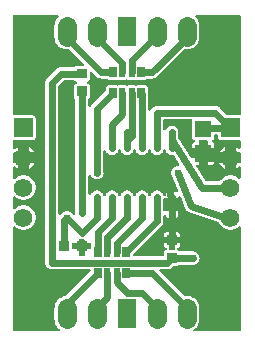
<source format=gtl>
G04 Layer: TopLayer*
G04 EasyEDA v6.4.31, 2022-02-03 12:49:45*
G04 a9be7c87d83144a3bb2ccb21b8cae2d4,a012b36b664746af8e538b06cf3162c4,10*
G04 Gerber Generator version 0.2*
G04 Scale: 100 percent, Rotated: No, Reflected: No *
G04 Dimensions in millimeters *
G04 leading zeros omitted , absolute positions ,4 integer and 5 decimal *
%FSLAX45Y45*%
%MOMM*%

%ADD11C,0.6000*%
%ADD12C,0.5950*%
%ADD13C,0.6096*%
%ADD15R,0.8640X0.8065*%
%ADD18R,1.3500X1.4100*%
%ADD21C,1.5748*%

%LPD*%
G36*
X3140913Y4930648D02*
G01*
X3137052Y4931410D01*
X3133750Y4933645D01*
X3074974Y4992370D01*
X3071215Y4995824D01*
X3067354Y4998770D01*
X3063240Y5001412D01*
X3058922Y5003647D01*
X3054400Y5005527D01*
X3049778Y5007000D01*
X3045002Y5008067D01*
X3040176Y5008676D01*
X3035096Y5008930D01*
X2540457Y5008930D01*
X2530297Y5008016D01*
X2520899Y5005476D01*
X2512060Y5001361D01*
X2504084Y4995773D01*
X2497226Y4988915D01*
X2491638Y4980940D01*
X2488285Y4973777D01*
X2485999Y4970627D01*
X2482646Y4968544D01*
X2478836Y4967884D01*
X2475026Y4968748D01*
X2471775Y4970983D01*
X2469642Y4974234D01*
X2468930Y4978044D01*
X2468930Y5109768D01*
X2468676Y5114848D01*
X2468067Y5119674D01*
X2467000Y5124348D01*
X2464917Y5130444D01*
X2464409Y5133695D01*
X2464409Y5156403D01*
X2463698Y5162753D01*
X2461768Y5168188D01*
X2458669Y5173116D01*
X2454605Y5177180D01*
X2449677Y5180279D01*
X2444242Y5182209D01*
X2437892Y5182920D01*
X2374036Y5182920D01*
X2367737Y5182209D01*
X2362250Y5180888D01*
X2358898Y5181447D01*
X2356764Y5182209D01*
X2350414Y5182920D01*
X2301595Y5182920D01*
X2295245Y5182209D01*
X2289352Y5180126D01*
X2286000Y5179568D01*
X2282647Y5180126D01*
X2276754Y5182209D01*
X2270404Y5182920D01*
X2221585Y5182920D01*
X2215235Y5182209D01*
X2209749Y5180888D01*
X2206396Y5181447D01*
X2204262Y5182209D01*
X2197912Y5182920D01*
X2134057Y5182920D01*
X2127758Y5182209D01*
X2122271Y5180279D01*
X2117394Y5177231D01*
X2113280Y5173116D01*
X2110232Y5168239D01*
X2108301Y5162753D01*
X2107590Y5156454D01*
X2107590Y5141874D01*
X2106828Y5137962D01*
X2104644Y5134660D01*
X1992630Y5022697D01*
X1989175Y5018938D01*
X1986229Y5015026D01*
X1983587Y5010912D01*
X1980438Y5004460D01*
X1978253Y5001158D01*
X1974951Y4998974D01*
X1971090Y4998212D01*
X1967179Y4998974D01*
X1963877Y5001158D01*
X1961692Y5004460D01*
X1960930Y5008372D01*
X1960930Y5063540D01*
X1961692Y5067401D01*
X1963877Y5070703D01*
X1968398Y5075224D01*
X1971497Y5080152D01*
X1973376Y5085588D01*
X1974088Y5091938D01*
X1974088Y5171440D01*
X1973376Y5177739D01*
X1971497Y5183225D01*
X1968398Y5188102D01*
X1964334Y5192217D01*
X1959406Y5195265D01*
X1953361Y5197398D01*
X1949805Y5199532D01*
X1947367Y5202936D01*
X1946554Y5207000D01*
X1947367Y5211064D01*
X1949805Y5214467D01*
X1953361Y5216601D01*
X1959406Y5218734D01*
X1964334Y5221782D01*
X1968398Y5225897D01*
X1971497Y5230774D01*
X1973376Y5236260D01*
X1974088Y5242560D01*
X1974088Y5288280D01*
X1974900Y5292191D01*
X1977085Y5295493D01*
X1980387Y5297678D01*
X1984248Y5298440D01*
X1988159Y5297678D01*
X1991461Y5295493D01*
X2029307Y5257647D01*
X2033066Y5254193D01*
X2036927Y5251196D01*
X2041042Y5248605D01*
X2045360Y5246319D01*
X2049881Y5244490D01*
X2054504Y5243017D01*
X2059279Y5241950D01*
X2064105Y5241340D01*
X2069236Y5241086D01*
X2108911Y5241086D01*
X2112772Y5240324D01*
X2116074Y5238140D01*
X2117394Y5236819D01*
X2122322Y5233720D01*
X2127758Y5231790D01*
X2134108Y5231079D01*
X2197963Y5231079D01*
X2204262Y5231790D01*
X2209749Y5233111D01*
X2213102Y5232552D01*
X2215235Y5231790D01*
X2221585Y5231079D01*
X2270404Y5231079D01*
X2276754Y5231790D01*
X2282647Y5233873D01*
X2286000Y5234432D01*
X2289352Y5233873D01*
X2295245Y5231790D01*
X2301595Y5231079D01*
X2350414Y5231079D01*
X2356764Y5231790D01*
X2362250Y5233111D01*
X2365603Y5232552D01*
X2367737Y5231790D01*
X2374087Y5231079D01*
X2437942Y5231079D01*
X2444242Y5231790D01*
X2449728Y5233720D01*
X2454605Y5236768D01*
X2455926Y5238140D01*
X2459228Y5240324D01*
X2463139Y5241086D01*
X2502763Y5241086D01*
X2507894Y5241340D01*
X2512720Y5241950D01*
X2517495Y5243017D01*
X2522118Y5244490D01*
X2526639Y5246319D01*
X2530957Y5248605D01*
X2535072Y5251196D01*
X2538933Y5254193D01*
X2542692Y5257647D01*
X2772156Y5487060D01*
X2775762Y5489397D01*
X2779979Y5490006D01*
X2794000Y5489092D01*
X2807665Y5490006D01*
X2821076Y5492699D01*
X2834030Y5497068D01*
X2846324Y5503113D01*
X2857703Y5510733D01*
X2867964Y5519775D01*
X2877007Y5530037D01*
X2884627Y5541416D01*
X2890672Y5553710D01*
X2895041Y5566664D01*
X2897733Y5580075D01*
X2898648Y5594096D01*
X2898648Y5685942D01*
X2897733Y5699912D01*
X2895041Y5713323D01*
X2890672Y5726277D01*
X2884627Y5738571D01*
X2877007Y5749950D01*
X2867152Y5761075D01*
X2865170Y5764428D01*
X2864561Y5768238D01*
X2865475Y5771997D01*
X2867710Y5775147D01*
X2870962Y5777280D01*
X2874721Y5777992D01*
X3240532Y5777992D01*
X3244443Y5777230D01*
X3247694Y5774994D01*
X3249930Y5771743D01*
X3250692Y5767832D01*
X3250692Y4940808D01*
X3249930Y4936896D01*
X3247694Y4933645D01*
X3244443Y4931410D01*
X3240532Y4930648D01*
G37*

%LPD*%
G36*
X2957322Y4373930D02*
G01*
X2953969Y4374489D01*
X2951022Y4376115D01*
X2948736Y4378604D01*
X2873806Y4496663D01*
X2872333Y4500727D01*
X2872689Y4505045D01*
X2874772Y4508804D01*
X2878175Y4511395D01*
X2882392Y4512310D01*
X2893618Y4512310D01*
X2893618Y4567123D01*
X2834741Y4567123D01*
X2831388Y4567682D01*
X2828442Y4569307D01*
X2826156Y4571796D01*
X2724251Y4732426D01*
X2723083Y4735068D01*
X2722676Y4737912D01*
X2722676Y4786579D01*
X2721762Y4796637D01*
X2719273Y4806035D01*
X2715158Y4814824D01*
X2709621Y4822748D01*
X2702763Y4829606D01*
X2694787Y4835144D01*
X2685999Y4839258D01*
X2676652Y4841798D01*
X2667000Y4842611D01*
X2657348Y4841798D01*
X2648000Y4839258D01*
X2639212Y4835144D01*
X2631236Y4829606D01*
X2624378Y4822748D01*
X2618841Y4814824D01*
X2615285Y4807204D01*
X2612999Y4804054D01*
X2609646Y4801971D01*
X2605836Y4801311D01*
X2602026Y4802174D01*
X2598775Y4804359D01*
X2596642Y4807661D01*
X2595930Y4811471D01*
X2595930Y4886909D01*
X2596692Y4890820D01*
X2598877Y4894122D01*
X2602179Y4896307D01*
X2606090Y4897069D01*
X2830322Y4897069D01*
X2834487Y4896205D01*
X2837891Y4893716D01*
X2840024Y4890008D01*
X2840278Y4884623D01*
X2840278Y4744770D01*
X2840990Y4738471D01*
X2842920Y4732985D01*
X2846019Y4728108D01*
X2850083Y4723993D01*
X2855976Y4720285D01*
X2858922Y4717491D01*
X2860497Y4713732D01*
X2860497Y4709668D01*
X2858922Y4705908D01*
X2855976Y4703114D01*
X2850083Y4699406D01*
X2846019Y4695291D01*
X2842920Y4690414D01*
X2840990Y4684928D01*
X2840278Y4678629D01*
X2840278Y4650282D01*
X2893618Y4650282D01*
X2893618Y4708144D01*
X2894380Y4712004D01*
X2896565Y4715306D01*
X2899867Y4717542D01*
X2903778Y4718304D01*
X2963621Y4718304D01*
X2967532Y4717542D01*
X2970834Y4715306D01*
X2973019Y4712004D01*
X2973781Y4708144D01*
X2973781Y4650282D01*
X3027121Y4650282D01*
X3027121Y4678629D01*
X3026410Y4684928D01*
X3024479Y4690414D01*
X3021380Y4695291D01*
X3017316Y4699406D01*
X3011424Y4703114D01*
X3008477Y4705908D01*
X3006902Y4709668D01*
X3006902Y4713732D01*
X3008477Y4717491D01*
X3011424Y4720285D01*
X3017316Y4723993D01*
X3021380Y4728108D01*
X3024479Y4732985D01*
X3026410Y4738471D01*
X3027121Y4744770D01*
X3027121Y4759909D01*
X3027883Y4763820D01*
X3030067Y4767122D01*
X3033369Y4769307D01*
X3037281Y4770069D01*
X3047492Y4770069D01*
X3051403Y4769307D01*
X3054654Y4767122D01*
X3056890Y4763820D01*
X3057652Y4759909D01*
X3057652Y4747818D01*
X3058363Y4741519D01*
X3060293Y4736033D01*
X3063341Y4731156D01*
X3067456Y4727041D01*
X3072333Y4723993D01*
X3077819Y4722063D01*
X3084118Y4721352D01*
X3240532Y4721352D01*
X3244443Y4720590D01*
X3247694Y4718354D01*
X3249930Y4715103D01*
X3250692Y4711192D01*
X3250692Y4655769D01*
X3249980Y4651959D01*
X3247847Y4648758D01*
X3244748Y4646523D01*
X3240989Y4645609D01*
X3237179Y4646168D01*
X3233826Y4648149D01*
X3226003Y4655007D01*
X3214624Y4662627D01*
X3208020Y4665878D01*
X3208020Y4617720D01*
X3240532Y4617720D01*
X3244443Y4616958D01*
X3247694Y4614722D01*
X3249930Y4611471D01*
X3250692Y4607560D01*
X3250692Y4536440D01*
X3249930Y4532528D01*
X3247694Y4529277D01*
X3244443Y4527042D01*
X3240532Y4526280D01*
X3208020Y4526280D01*
X3208020Y4478121D01*
X3214624Y4481372D01*
X3226003Y4488992D01*
X3233826Y4495850D01*
X3237179Y4497832D01*
X3240989Y4498390D01*
X3244748Y4497476D01*
X3247847Y4495241D01*
X3249980Y4492040D01*
X3250692Y4488230D01*
X3250692Y4401769D01*
X3249980Y4397959D01*
X3247847Y4394758D01*
X3244748Y4392523D01*
X3240989Y4391609D01*
X3237179Y4392168D01*
X3233826Y4394149D01*
X3226003Y4401007D01*
X3214624Y4408627D01*
X3202330Y4414672D01*
X3189376Y4419041D01*
X3175965Y4421733D01*
X3162300Y4422648D01*
X3148634Y4421733D01*
X3135223Y4419041D01*
X3122269Y4414672D01*
X3109976Y4408627D01*
X3098596Y4401007D01*
X3088335Y4391964D01*
X3079292Y4381703D01*
X3077108Y4378401D01*
X3074822Y4376013D01*
X3071926Y4374438D01*
X3068675Y4373930D01*
G37*

%LPC*%
G36*
X3116580Y4478121D02*
G01*
X3116580Y4526280D01*
X3068421Y4526280D01*
X3071672Y4519676D01*
X3079292Y4508296D01*
X3088335Y4498035D01*
X3098596Y4488992D01*
X3109976Y4481372D01*
G37*
G36*
X2973781Y4512310D02*
G01*
X3000654Y4512310D01*
X3006953Y4513021D01*
X3012389Y4514900D01*
X3017316Y4517999D01*
X3021380Y4522063D01*
X3024479Y4526991D01*
X3026410Y4532426D01*
X3027121Y4538776D01*
X3027121Y4567123D01*
X2973781Y4567123D01*
G37*
G36*
X3068421Y4617720D02*
G01*
X3116580Y4617720D01*
X3116580Y4665878D01*
X3109976Y4662627D01*
X3098596Y4655007D01*
X3088335Y4645964D01*
X3079292Y4635703D01*
X3071672Y4624324D01*
G37*

%LPD*%
G36*
X1840128Y4085437D02*
G01*
X1836064Y4086148D01*
X1832660Y4088434D01*
X1822551Y4098544D01*
X1821180Y4100220D01*
X1814220Y4107179D01*
X1806193Y4112818D01*
X1797253Y4116933D01*
X1787804Y4119473D01*
X1778000Y4120337D01*
X1768195Y4119473D01*
X1758746Y4116933D01*
X1749806Y4112818D01*
X1741779Y4107179D01*
X1724253Y4089298D01*
X1720951Y4087114D01*
X1717090Y4086351D01*
X1713179Y4087114D01*
X1709877Y4089298D01*
X1707692Y4092600D01*
X1706930Y4096512D01*
X1706930Y5179618D01*
X1707692Y5183530D01*
X1709877Y5186832D01*
X1747367Y5224322D01*
X1750669Y5226507D01*
X1754581Y5227269D01*
X1760677Y5227269D01*
X1765300Y5226862D01*
X1770532Y5227269D01*
X1836420Y5226913D01*
X1840280Y5226100D01*
X1843532Y5223916D01*
X1845665Y5221782D01*
X1850593Y5218734D01*
X1856638Y5216601D01*
X1860194Y5214467D01*
X1862632Y5211064D01*
X1863445Y5207000D01*
X1862632Y5202936D01*
X1860194Y5199532D01*
X1856638Y5197398D01*
X1850593Y5195265D01*
X1845665Y5192217D01*
X1841601Y5188102D01*
X1838502Y5183225D01*
X1836623Y5177739D01*
X1835912Y5171440D01*
X1835912Y5091938D01*
X1836623Y5085588D01*
X1838502Y5080152D01*
X1841601Y5075224D01*
X1846122Y5070703D01*
X1848307Y5067401D01*
X1849069Y5063540D01*
X1849069Y4837734D01*
X1848662Y4832197D01*
X1849069Y4826711D01*
X1849069Y4172051D01*
X1849323Y4168749D01*
X1849323Y4103420D01*
X1849932Y4096512D01*
X1849475Y4092397D01*
X1847443Y4088841D01*
X1844141Y4086402D01*
G37*

%LPD*%
G36*
X1887778Y3738930D02*
G01*
X1883867Y3739692D01*
X1880565Y3741877D01*
X1878380Y3745179D01*
X1877618Y3749090D01*
X1877618Y3794760D01*
X1829866Y3794760D01*
X1825955Y3795522D01*
X1822704Y3797706D01*
X1820468Y3801008D01*
X1819706Y3804920D01*
X1819706Y3840479D01*
X1820468Y3844391D01*
X1822704Y3847693D01*
X1825955Y3849878D01*
X1829866Y3850640D01*
X1877618Y3850640D01*
X1877618Y3873246D01*
X1878584Y3877513D01*
X1881225Y3881018D01*
X1885137Y3883050D01*
X1889556Y3883253D01*
X1900123Y3881323D01*
X1909876Y3881323D01*
X1918716Y3882898D01*
X1923084Y3882694D01*
X1926996Y3880662D01*
X1929688Y3877208D01*
X1930654Y3872890D01*
X1930654Y3850640D01*
X1972919Y3850640D01*
X1976831Y3849878D01*
X1980133Y3847693D01*
X1982317Y3844391D01*
X1983079Y3840479D01*
X1983079Y3825595D01*
X1982520Y3822242D01*
X1981301Y3818737D01*
X1980590Y3812438D01*
X1980590Y3804920D01*
X1979828Y3801008D01*
X1977643Y3797706D01*
X1974342Y3795522D01*
X1970430Y3794760D01*
X1930654Y3794760D01*
X1930654Y3749090D01*
X1929841Y3745179D01*
X1927656Y3741877D01*
X1924354Y3739692D01*
X1920493Y3738930D01*
G37*

%LPD*%
G36*
X2859125Y3099308D02*
G01*
X2854909Y3100222D01*
X2851454Y3102762D01*
X2849372Y3106521D01*
X2849067Y3110788D01*
X2850489Y3114852D01*
X2853486Y3117900D01*
X2857703Y3120745D01*
X2867964Y3129737D01*
X2877007Y3140049D01*
X2884627Y3151428D01*
X2890672Y3163722D01*
X2895041Y3176676D01*
X2897733Y3190087D01*
X2898648Y3204057D01*
X2898648Y3295904D01*
X2897733Y3309924D01*
X2895041Y3323336D01*
X2890672Y3336290D01*
X2884627Y3348583D01*
X2877007Y3359962D01*
X2867964Y3370224D01*
X2857703Y3379266D01*
X2846324Y3386886D01*
X2834030Y3392932D01*
X2821076Y3397300D01*
X2807665Y3399993D01*
X2794000Y3400907D01*
X2779979Y3399993D01*
X2775762Y3400602D01*
X2772156Y3402939D01*
X2565298Y3609746D01*
X2563114Y3613048D01*
X2562352Y3616909D01*
X2563114Y3620820D01*
X2565298Y3624122D01*
X2568600Y3626307D01*
X2572512Y3627069D01*
X2627833Y3627069D01*
X2632913Y3627323D01*
X2637739Y3627932D01*
X2642514Y3628999D01*
X2647137Y3630472D01*
X2651658Y3632352D01*
X2655976Y3634587D01*
X2660091Y3637229D01*
X2663952Y3640175D01*
X2667711Y3643629D01*
X2676855Y3652774D01*
X2680157Y3654958D01*
X2684068Y3655720D01*
X2709621Y3655720D01*
X2715971Y3656431D01*
X2721406Y3658362D01*
X2726334Y3661460D01*
X2730398Y3664407D01*
X2734259Y3665169D01*
X2839313Y3665169D01*
X2844800Y3664762D01*
X2854604Y3665626D01*
X2864053Y3668166D01*
X2872994Y3672281D01*
X2881020Y3677920D01*
X2887980Y3684879D01*
X2893618Y3692906D01*
X2897733Y3701846D01*
X2900273Y3711295D01*
X2901137Y3721100D01*
X2900273Y3730904D01*
X2897733Y3740353D01*
X2893618Y3749294D01*
X2887980Y3757320D01*
X2881020Y3764279D01*
X2872994Y3769918D01*
X2864053Y3774033D01*
X2854604Y3776573D01*
X2844800Y3777437D01*
X2839313Y3777030D01*
X2736037Y3777030D01*
X2732125Y3777792D01*
X2728823Y3779977D01*
X2726334Y3782517D01*
X2721406Y3785565D01*
X2715361Y3787698D01*
X2711805Y3789832D01*
X2709367Y3793236D01*
X2708554Y3797300D01*
X2709367Y3801364D01*
X2711805Y3804767D01*
X2715361Y3806901D01*
X2721406Y3809034D01*
X2726334Y3812082D01*
X2730398Y3816197D01*
X2733497Y3821074D01*
X2735376Y3826560D01*
X2736088Y3832860D01*
X2736088Y3846118D01*
X2694940Y3846118D01*
X2694940Y3798366D01*
X2694178Y3794455D01*
X2691993Y3791204D01*
X2688691Y3788968D01*
X2684780Y3788206D01*
X2649220Y3788206D01*
X2645308Y3788968D01*
X2642006Y3791204D01*
X2639822Y3794455D01*
X2639060Y3798366D01*
X2639060Y3846118D01*
X2597912Y3846118D01*
X2597912Y3832860D01*
X2598623Y3826560D01*
X2600502Y3821074D01*
X2603601Y3816197D01*
X2607665Y3812082D01*
X2612593Y3809034D01*
X2618638Y3806901D01*
X2622194Y3804767D01*
X2624632Y3801364D01*
X2625445Y3797300D01*
X2624632Y3793236D01*
X2622194Y3789832D01*
X2618638Y3787698D01*
X2612593Y3785565D01*
X2607665Y3782517D01*
X2603601Y3778402D01*
X2600502Y3773525D01*
X2598623Y3768039D01*
X2597912Y3761740D01*
X2597912Y3749090D01*
X2597099Y3745179D01*
X2594914Y3741877D01*
X2591612Y3739692D01*
X2587752Y3738930D01*
X2348484Y3738930D01*
X2344623Y3739692D01*
X2341321Y3741877D01*
X2339086Y3745179D01*
X2338324Y3749090D01*
X2339086Y3752951D01*
X2341321Y3756253D01*
X2579370Y3994302D01*
X2582824Y3998061D01*
X2585770Y4001973D01*
X2588412Y4006087D01*
X2590647Y4010406D01*
X2592527Y4014876D01*
X2594000Y4019550D01*
X2595067Y4024325D01*
X2595676Y4029151D01*
X2595930Y4034231D01*
X2595930Y4078528D01*
X2596642Y4082338D01*
X2598775Y4085640D01*
X2602026Y4087825D01*
X2605836Y4088688D01*
X2609646Y4088028D01*
X2612999Y4085945D01*
X2615285Y4082796D01*
X2618841Y4075176D01*
X2624378Y4067251D01*
X2631236Y4060393D01*
X2639212Y4054856D01*
X2645765Y4051757D01*
X2645765Y4116070D01*
X2606090Y4116070D01*
X2602179Y4116882D01*
X2598877Y4119067D01*
X2596692Y4122369D01*
X2595930Y4126229D01*
X2595930Y4171187D01*
X2595676Y4174490D01*
X2595676Y4217009D01*
X2596438Y4220870D01*
X2598623Y4224172D01*
X2601925Y4226407D01*
X2605836Y4227169D01*
X2645765Y4227169D01*
X2645765Y4291482D01*
X2639212Y4288434D01*
X2631236Y4282846D01*
X2624378Y4275988D01*
X2618841Y4268063D01*
X2614726Y4259275D01*
X2613304Y4253992D01*
X2611272Y4250080D01*
X2607818Y4247388D01*
X2603500Y4246422D01*
X2599182Y4247388D01*
X2595727Y4250080D01*
X2593695Y4253992D01*
X2592273Y4259275D01*
X2588158Y4268063D01*
X2582621Y4275988D01*
X2575763Y4282846D01*
X2567787Y4288434D01*
X2558999Y4292498D01*
X2549652Y4295038D01*
X2540000Y4295851D01*
X2530348Y4295038D01*
X2521000Y4292498D01*
X2512212Y4288434D01*
X2504236Y4282846D01*
X2497378Y4275988D01*
X2491841Y4268063D01*
X2487726Y4259275D01*
X2486304Y4253992D01*
X2484272Y4250080D01*
X2480818Y4247388D01*
X2476500Y4246422D01*
X2472182Y4247388D01*
X2468727Y4250080D01*
X2466695Y4253992D01*
X2465273Y4259275D01*
X2461158Y4268063D01*
X2455621Y4275988D01*
X2448763Y4282846D01*
X2440787Y4288434D01*
X2431999Y4292498D01*
X2422652Y4295038D01*
X2413000Y4295851D01*
X2403348Y4295038D01*
X2394000Y4292498D01*
X2385212Y4288434D01*
X2377236Y4282846D01*
X2370378Y4275988D01*
X2364841Y4268063D01*
X2360726Y4259275D01*
X2359304Y4253992D01*
X2357272Y4250080D01*
X2353818Y4247388D01*
X2349500Y4246422D01*
X2345182Y4247388D01*
X2341727Y4250080D01*
X2339695Y4253992D01*
X2338273Y4259275D01*
X2334158Y4268063D01*
X2328621Y4275988D01*
X2321763Y4282846D01*
X2313787Y4288434D01*
X2304999Y4292498D01*
X2295652Y4295038D01*
X2286000Y4295851D01*
X2276348Y4295038D01*
X2267000Y4292498D01*
X2258212Y4288434D01*
X2250236Y4282846D01*
X2243378Y4275988D01*
X2237841Y4268063D01*
X2233726Y4259275D01*
X2232304Y4253992D01*
X2230272Y4250080D01*
X2226818Y4247388D01*
X2222500Y4246422D01*
X2218182Y4247388D01*
X2214727Y4250080D01*
X2212695Y4253992D01*
X2211273Y4259275D01*
X2207158Y4268063D01*
X2201621Y4275988D01*
X2194763Y4282846D01*
X2186787Y4288434D01*
X2177999Y4292498D01*
X2168652Y4295038D01*
X2159000Y4295851D01*
X2149348Y4295038D01*
X2140000Y4292498D01*
X2131212Y4288434D01*
X2123236Y4282846D01*
X2116378Y4275988D01*
X2110841Y4268063D01*
X2106726Y4259275D01*
X2105304Y4253992D01*
X2103272Y4250080D01*
X2099818Y4247388D01*
X2095500Y4246422D01*
X2091182Y4247388D01*
X2087727Y4250080D01*
X2085695Y4253992D01*
X2084273Y4259275D01*
X2080158Y4268063D01*
X2074621Y4275988D01*
X2067763Y4282846D01*
X2059787Y4288434D01*
X2050999Y4292498D01*
X2041652Y4295038D01*
X2032000Y4295851D01*
X2022348Y4295038D01*
X2013000Y4292498D01*
X2004212Y4288434D01*
X1996236Y4282846D01*
X1989378Y4275988D01*
X1983841Y4268063D01*
X1980285Y4260443D01*
X1977999Y4257294D01*
X1974646Y4255211D01*
X1970836Y4254550D01*
X1967026Y4255414D01*
X1963775Y4257649D01*
X1961642Y4260900D01*
X1960930Y4264710D01*
X1960930Y4418787D01*
X1961642Y4422648D01*
X1963775Y4425899D01*
X1967026Y4428134D01*
X1970836Y4428947D01*
X1974646Y4428286D01*
X1977999Y4426254D01*
X1980285Y4423105D01*
X1983181Y4416806D01*
X1988820Y4408779D01*
X1995779Y4401820D01*
X2003806Y4396181D01*
X2012746Y4392066D01*
X2022195Y4389526D01*
X2032000Y4388662D01*
X2041804Y4389526D01*
X2051253Y4392066D01*
X2060193Y4396181D01*
X2068220Y4401820D01*
X2075180Y4408779D01*
X2080818Y4416806D01*
X2084933Y4425746D01*
X2087473Y4435195D01*
X2088337Y4445000D01*
X2087930Y4450486D01*
X2087930Y4625289D01*
X2088642Y4629099D01*
X2090775Y4632350D01*
X2094026Y4634585D01*
X2097836Y4635449D01*
X2101646Y4634788D01*
X2104999Y4632706D01*
X2107285Y4629556D01*
X2110841Y4621936D01*
X2116378Y4614011D01*
X2123236Y4607153D01*
X2131212Y4601565D01*
X2140000Y4597501D01*
X2149348Y4594961D01*
X2159000Y4594148D01*
X2168652Y4594961D01*
X2177999Y4597501D01*
X2186787Y4601565D01*
X2194763Y4607153D01*
X2201621Y4614011D01*
X2207158Y4621936D01*
X2211273Y4630724D01*
X2212695Y4636008D01*
X2214727Y4639919D01*
X2218182Y4642612D01*
X2222500Y4643577D01*
X2226818Y4642612D01*
X2230272Y4639919D01*
X2232304Y4636008D01*
X2233726Y4630724D01*
X2237841Y4621936D01*
X2243378Y4614011D01*
X2250236Y4607153D01*
X2258212Y4601565D01*
X2267000Y4597501D01*
X2276348Y4594961D01*
X2286000Y4594148D01*
X2295652Y4594961D01*
X2304999Y4597501D01*
X2313787Y4601565D01*
X2321763Y4607153D01*
X2328621Y4614011D01*
X2334158Y4621936D01*
X2338273Y4630724D01*
X2339695Y4636008D01*
X2341727Y4639919D01*
X2345182Y4642612D01*
X2349500Y4643577D01*
X2353818Y4642612D01*
X2357272Y4639919D01*
X2359304Y4636008D01*
X2360726Y4630724D01*
X2364841Y4621936D01*
X2370378Y4614011D01*
X2377236Y4607153D01*
X2385212Y4601565D01*
X2394000Y4597501D01*
X2403348Y4594961D01*
X2413000Y4594148D01*
X2422652Y4594961D01*
X2431999Y4597501D01*
X2440787Y4601565D01*
X2448763Y4607153D01*
X2455621Y4614011D01*
X2461158Y4621936D01*
X2465273Y4630724D01*
X2466695Y4636008D01*
X2468727Y4639919D01*
X2472182Y4642612D01*
X2476500Y4643577D01*
X2480818Y4642612D01*
X2484272Y4639919D01*
X2486304Y4636008D01*
X2487726Y4630724D01*
X2491841Y4621936D01*
X2497378Y4614011D01*
X2504236Y4607153D01*
X2512212Y4601565D01*
X2521000Y4597501D01*
X2530348Y4594961D01*
X2540000Y4594148D01*
X2549652Y4594961D01*
X2558999Y4597501D01*
X2567787Y4601565D01*
X2575763Y4607153D01*
X2582621Y4614011D01*
X2588158Y4621936D01*
X2592273Y4630724D01*
X2593695Y4636008D01*
X2595727Y4639919D01*
X2599182Y4642612D01*
X2603500Y4643577D01*
X2607818Y4642612D01*
X2611272Y4639919D01*
X2613304Y4636008D01*
X2614726Y4630724D01*
X2618841Y4621936D01*
X2624378Y4614011D01*
X2631236Y4607153D01*
X2639212Y4601565D01*
X2648000Y4597501D01*
X2657348Y4594961D01*
X2667000Y4594148D01*
X2672740Y4594656D01*
X2676448Y4594301D01*
X2679700Y4592675D01*
X2682240Y4589932D01*
X2728671Y4516780D01*
X2730144Y4512564D01*
X2729687Y4508093D01*
X2727350Y4504283D01*
X2723642Y4501845D01*
X2719171Y4501235D01*
X2717800Y4501337D01*
X2707995Y4500473D01*
X2698546Y4497933D01*
X2689606Y4493818D01*
X2681579Y4488180D01*
X2674620Y4481220D01*
X2668981Y4473194D01*
X2664866Y4464253D01*
X2662326Y4454804D01*
X2661462Y4445000D01*
X2662326Y4435195D01*
X2664866Y4425746D01*
X2668422Y4417974D01*
X2719120Y4294124D01*
X2719882Y4289856D01*
X2718765Y4285640D01*
X2716022Y4282287D01*
X2712161Y4280408D01*
X2707792Y4280255D01*
X2703830Y4281982D01*
X2694787Y4288434D01*
X2688234Y4291482D01*
X2688234Y4227169D01*
X2722676Y4227169D01*
X2722676Y4233824D01*
X2723438Y4237685D01*
X2725623Y4240987D01*
X2728925Y4243171D01*
X2732836Y4243984D01*
X2736748Y4243171D01*
X2740050Y4240936D01*
X2742234Y4237634D01*
X2780182Y4144822D01*
X2784856Y4135780D01*
X2790748Y4128058D01*
X2797911Y4121404D01*
X2806141Y4116120D01*
X2814116Y4112666D01*
X3061004Y4026814D01*
X3064357Y4024833D01*
X3066745Y4021683D01*
X3071672Y4011676D01*
X3079292Y4000296D01*
X3088335Y3990035D01*
X3098596Y3980992D01*
X3109976Y3973372D01*
X3122269Y3967327D01*
X3135223Y3962958D01*
X3148634Y3960266D01*
X3162300Y3959351D01*
X3175965Y3960266D01*
X3189376Y3962958D01*
X3202330Y3967327D01*
X3214624Y3973372D01*
X3226003Y3980992D01*
X3233826Y3987850D01*
X3237179Y3989832D01*
X3240989Y3990390D01*
X3244748Y3989476D01*
X3247847Y3987241D01*
X3249980Y3984040D01*
X3250692Y3980230D01*
X3250692Y3109468D01*
X3249930Y3105556D01*
X3247694Y3102305D01*
X3244443Y3100070D01*
X3240532Y3099308D01*
G37*

%LPC*%
G36*
X2694940Y3899154D02*
G01*
X2736088Y3899154D01*
X2736088Y3912362D01*
X2735376Y3918712D01*
X2733497Y3924147D01*
X2730398Y3929075D01*
X2726334Y3933139D01*
X2721406Y3936237D01*
X2715971Y3938168D01*
X2709621Y3938879D01*
X2694940Y3938879D01*
G37*
G36*
X2597912Y3899154D02*
G01*
X2639060Y3899154D01*
X2639060Y3938879D01*
X2624378Y3938879D01*
X2618028Y3938168D01*
X2612593Y3936237D01*
X2607665Y3933139D01*
X2603601Y3929075D01*
X2600502Y3924147D01*
X2598623Y3918712D01*
X2597912Y3912362D01*
G37*
G36*
X2688234Y4051757D02*
G01*
X2694787Y4054856D01*
X2702763Y4060393D01*
X2709621Y4067251D01*
X2715158Y4075176D01*
X2719273Y4083964D01*
X2721762Y4093362D01*
X2722676Y4103420D01*
X2722676Y4116070D01*
X2688234Y4116070D01*
G37*

%LPD*%
G36*
X1331468Y3099308D02*
G01*
X1327556Y3100070D01*
X1324305Y3102305D01*
X1322070Y3105556D01*
X1321308Y3109468D01*
X1321308Y3980230D01*
X1322019Y3984040D01*
X1324152Y3987241D01*
X1327251Y3989476D01*
X1331010Y3990390D01*
X1334820Y3989832D01*
X1338173Y3987850D01*
X1345996Y3980992D01*
X1357376Y3973372D01*
X1369669Y3967327D01*
X1382623Y3962958D01*
X1396034Y3960266D01*
X1409700Y3959351D01*
X1423365Y3960266D01*
X1436776Y3962958D01*
X1449730Y3967327D01*
X1462024Y3973372D01*
X1473403Y3980992D01*
X1483664Y3990035D01*
X1492707Y4000296D01*
X1500327Y4011676D01*
X1506372Y4023969D01*
X1510741Y4036923D01*
X1513433Y4050334D01*
X1514348Y4064000D01*
X1513433Y4077665D01*
X1510741Y4091076D01*
X1506372Y4104030D01*
X1500327Y4116324D01*
X1492707Y4127703D01*
X1483664Y4137964D01*
X1473403Y4147007D01*
X1462024Y4154627D01*
X1449730Y4160672D01*
X1436776Y4165041D01*
X1423365Y4167733D01*
X1409700Y4168648D01*
X1396034Y4167733D01*
X1382623Y4165041D01*
X1369669Y4160672D01*
X1357376Y4154627D01*
X1345996Y4147007D01*
X1338173Y4140149D01*
X1334820Y4138168D01*
X1331010Y4137609D01*
X1327251Y4138523D01*
X1324152Y4140758D01*
X1322019Y4143959D01*
X1321308Y4147769D01*
X1321308Y4234230D01*
X1322019Y4238040D01*
X1324152Y4241241D01*
X1327251Y4243476D01*
X1331010Y4244390D01*
X1334820Y4243832D01*
X1338173Y4241850D01*
X1345996Y4234992D01*
X1357376Y4227372D01*
X1369669Y4221327D01*
X1382623Y4216958D01*
X1396034Y4214266D01*
X1409700Y4213352D01*
X1423365Y4214266D01*
X1436776Y4216958D01*
X1449730Y4221327D01*
X1462024Y4227372D01*
X1473403Y4234992D01*
X1483664Y4244035D01*
X1492707Y4254296D01*
X1500327Y4265676D01*
X1506372Y4277969D01*
X1510741Y4290923D01*
X1513433Y4304334D01*
X1514348Y4318000D01*
X1513433Y4331665D01*
X1510741Y4345076D01*
X1506372Y4358030D01*
X1500327Y4370324D01*
X1492707Y4381703D01*
X1483664Y4391964D01*
X1473403Y4401007D01*
X1462024Y4408627D01*
X1449730Y4414672D01*
X1436776Y4419041D01*
X1423365Y4421733D01*
X1409700Y4422648D01*
X1396034Y4421733D01*
X1382623Y4419041D01*
X1369669Y4414672D01*
X1357376Y4408627D01*
X1345996Y4401007D01*
X1338173Y4394149D01*
X1334820Y4392168D01*
X1331010Y4391609D01*
X1327251Y4392523D01*
X1324152Y4394758D01*
X1322019Y4397959D01*
X1321308Y4401769D01*
X1321308Y4488230D01*
X1322019Y4492040D01*
X1324152Y4495241D01*
X1327251Y4497476D01*
X1331010Y4498390D01*
X1334820Y4497832D01*
X1338173Y4495850D01*
X1345996Y4488992D01*
X1357376Y4481372D01*
X1363980Y4478121D01*
X1363980Y4526280D01*
X1331468Y4526280D01*
X1327556Y4527042D01*
X1324305Y4529277D01*
X1322070Y4532528D01*
X1321308Y4536440D01*
X1321308Y4607560D01*
X1322070Y4611471D01*
X1324305Y4614722D01*
X1327556Y4616958D01*
X1331468Y4617720D01*
X1363980Y4617720D01*
X1363980Y4665878D01*
X1357376Y4662627D01*
X1345996Y4655007D01*
X1338173Y4648149D01*
X1334820Y4646168D01*
X1331010Y4645609D01*
X1327251Y4646523D01*
X1324152Y4648758D01*
X1322019Y4651959D01*
X1321308Y4655769D01*
X1321308Y4711192D01*
X1322070Y4715103D01*
X1324305Y4718354D01*
X1327556Y4720590D01*
X1331468Y4721352D01*
X1487881Y4721352D01*
X1494180Y4722063D01*
X1499666Y4723993D01*
X1504543Y4727041D01*
X1508658Y4731156D01*
X1511706Y4736033D01*
X1513636Y4741519D01*
X1514348Y4747818D01*
X1514348Y4904181D01*
X1513636Y4910480D01*
X1511706Y4915966D01*
X1508658Y4920843D01*
X1504543Y4924958D01*
X1499666Y4928006D01*
X1494180Y4929936D01*
X1487881Y4930648D01*
X1331468Y4930648D01*
X1327556Y4931410D01*
X1324305Y4933645D01*
X1322070Y4936896D01*
X1321308Y4940808D01*
X1321308Y5767832D01*
X1322070Y5771743D01*
X1324305Y5774994D01*
X1327556Y5777230D01*
X1331468Y5777992D01*
X1697278Y5777992D01*
X1701038Y5777280D01*
X1704289Y5775147D01*
X1706524Y5771997D01*
X1707438Y5768238D01*
X1706829Y5764428D01*
X1704848Y5761075D01*
X1694992Y5749950D01*
X1687372Y5738571D01*
X1681327Y5726277D01*
X1676958Y5713323D01*
X1674266Y5699912D01*
X1673352Y5685942D01*
X1673352Y5594096D01*
X1674266Y5580075D01*
X1676958Y5566664D01*
X1681327Y5553710D01*
X1687372Y5541416D01*
X1694992Y5530037D01*
X1704035Y5519775D01*
X1714296Y5510733D01*
X1725675Y5503113D01*
X1737969Y5497068D01*
X1750923Y5492699D01*
X1764334Y5490006D01*
X1778000Y5489092D01*
X1792020Y5490006D01*
X1796237Y5489397D01*
X1799843Y5487060D01*
X1921052Y5365902D01*
X1923237Y5362600D01*
X1923999Y5358739D01*
X1923237Y5354828D01*
X1921052Y5351526D01*
X1917750Y5349341D01*
X1913839Y5348579D01*
X1862378Y5348579D01*
X1856028Y5347868D01*
X1850593Y5345938D01*
X1845665Y5342839D01*
X1841195Y5339486D01*
X1837283Y5338724D01*
X1771091Y5339080D01*
X1765300Y5339537D01*
X1759813Y5339130D01*
X1727403Y5339130D01*
X1722323Y5338876D01*
X1717497Y5338267D01*
X1712722Y5337200D01*
X1708099Y5335727D01*
X1703578Y5333847D01*
X1699260Y5331612D01*
X1695145Y5328970D01*
X1691284Y5326024D01*
X1687525Y5322570D01*
X1611630Y5246674D01*
X1608175Y5242915D01*
X1605229Y5239054D01*
X1602587Y5234940D01*
X1600352Y5230622D01*
X1598472Y5226100D01*
X1596999Y5221478D01*
X1595932Y5216702D01*
X1595323Y5211876D01*
X1595069Y5206796D01*
X1595069Y3683457D01*
X1595983Y3673297D01*
X1598523Y3663899D01*
X1602638Y3655060D01*
X1608226Y3647084D01*
X1615084Y3640226D01*
X1623060Y3634638D01*
X1631899Y3630523D01*
X1641297Y3627983D01*
X1651457Y3627069D01*
X1969516Y3627069D01*
X1973376Y3626307D01*
X1976678Y3624122D01*
X1978914Y3620820D01*
X1979675Y3616909D01*
X1978914Y3613048D01*
X1976678Y3609746D01*
X1769770Y3402837D01*
X1767382Y3401060D01*
X1764538Y3400044D01*
X1750923Y3397300D01*
X1737969Y3392932D01*
X1725675Y3386886D01*
X1714296Y3379266D01*
X1704035Y3370224D01*
X1694992Y3359962D01*
X1687372Y3348583D01*
X1681327Y3336290D01*
X1676958Y3323336D01*
X1674266Y3309924D01*
X1673352Y3295904D01*
X1673352Y3204057D01*
X1674266Y3190087D01*
X1676958Y3176676D01*
X1681327Y3163722D01*
X1687372Y3151428D01*
X1694992Y3140049D01*
X1704035Y3129737D01*
X1714296Y3120745D01*
X1718513Y3117900D01*
X1721510Y3114852D01*
X1722932Y3110788D01*
X1722628Y3106521D01*
X1720545Y3102762D01*
X1717090Y3100222D01*
X1712874Y3099308D01*
G37*

%LPC*%
G36*
X1455420Y4478121D02*
G01*
X1462024Y4481372D01*
X1473403Y4488992D01*
X1483664Y4498035D01*
X1492707Y4508296D01*
X1500327Y4519676D01*
X1503578Y4526280D01*
X1455420Y4526280D01*
G37*
G36*
X1455420Y4617720D02*
G01*
X1503578Y4617720D01*
X1500327Y4624324D01*
X1492707Y4635703D01*
X1483664Y4645964D01*
X1473403Y4655007D01*
X1462024Y4662627D01*
X1455420Y4665878D01*
G37*

%LPD*%
D11*
X2667000Y3721963D02*
G01*
X2628036Y3683000D01*
X1651000Y3683000D01*
X1753463Y3822700D02*
G01*
X1753463Y4039463D01*
X1778000Y4064000D01*
X2405989Y5116995D02*
G01*
X2413000Y5109984D01*
X2413000Y4718380D01*
X2032000Y4718380D02*
G01*
X2032000Y4982984D01*
X2166010Y5116995D01*
X2159000Y4718304D02*
G01*
X2159000Y4851400D01*
X2245868Y4942078D01*
X2245868Y5117084D01*
X2286000Y4718380D02*
G01*
X2326004Y4758385D01*
X2326004Y5116995D01*
X2405989Y5297004D02*
G01*
X2503004Y5297004D01*
X2794000Y5588000D01*
X2245995Y5297004D02*
G01*
X2245995Y5374004D01*
X2032000Y5588000D01*
X2159000Y4171695D02*
G01*
X2159000Y4064000D01*
X2039010Y3944010D01*
X2039010Y3772992D01*
X2286000Y4171695D02*
G01*
X2286000Y4064000D01*
X2118995Y3896995D01*
X2118995Y3772992D01*
X2199004Y3773004D02*
G01*
X2199004Y3850004D01*
X2413000Y4064000D01*
X2413000Y4171619D01*
X2278989Y3773004D02*
G01*
X2540000Y4034015D01*
X2540000Y4171619D01*
X2039010Y3592995D02*
G01*
X1778000Y3331984D01*
X1778000Y3302000D01*
X2118995Y3592995D02*
G01*
X2118995Y3388995D01*
X2032000Y3302000D01*
X2199004Y3592995D02*
G01*
X2199004Y3515995D01*
X2286000Y3429000D01*
X2413000Y3429000D01*
X2540000Y3302000D01*
X2278989Y3592995D02*
G01*
X2503004Y3592995D01*
X2794000Y3302000D01*
X1905000Y5282437D02*
G01*
X1765300Y5283200D01*
X1905000Y4832217D02*
G01*
X1905000Y5131663D01*
X1905000Y4718380D02*
G01*
X1905000Y4832217D01*
X2667000Y3721961D02*
G01*
X2667861Y3721100D01*
X2844800Y3721100D01*
X2667000Y3872636D02*
G01*
X2667000Y4171619D01*
X1905000Y4171619D02*
G01*
X1905000Y4718380D01*
X3162300Y4826000D02*
G01*
X3035300Y4953000D01*
X2540000Y4953000D01*
X2540000Y4718377D01*
X2032000Y4171619D02*
G01*
X2032000Y4064000D01*
X1905000Y3937000D01*
X1778000Y4064000D01*
X2032000Y4445000D02*
G01*
X2032000Y4445000D01*
X2032000Y4718380D01*
X1651000Y5207000D02*
G01*
X1727200Y5283200D01*
X1765300Y5283200D01*
X1651000Y3683000D02*
G01*
X1651000Y3937000D01*
X2933700Y4814694D02*
G01*
X2945005Y4826000D01*
X3162300Y4826000D01*
X2933700Y4608705D02*
G01*
X2970405Y4572000D01*
X3162300Y4572000D01*
X2667000Y4718304D02*
G01*
X2921000Y4318000D01*
X3067304Y4318000D01*
X3162300Y4318000D01*
X2667000Y4171619D02*
G01*
X2667000Y4171619D01*
X2603500Y4572000D01*
X3162300Y4064000D02*
G01*
X3124200Y4064000D01*
X2832100Y4165600D01*
X2717800Y4445000D01*
X2326004Y5297004D02*
G01*
X2326004Y5397500D01*
X2516504Y5588000D01*
X2540000Y5588000D01*
X2166010Y5297004D02*
G01*
X2068995Y5297004D01*
X1778000Y5588000D01*
X1651000Y3853179D02*
G01*
X1651000Y5207000D01*
D12*
X1905000Y4240245D02*
G01*
X1905000Y4102994D01*
X2032000Y4240245D02*
G01*
X2032000Y4102994D01*
X2159000Y4240245D02*
G01*
X2159000Y4102994D01*
X2286000Y4240245D02*
G01*
X2286000Y4102994D01*
X2413000Y4240245D02*
G01*
X2413000Y4102994D01*
X2540000Y4240245D02*
G01*
X2540000Y4102994D01*
X2667000Y4240245D02*
G01*
X2667000Y4102994D01*
X1905000Y4787005D02*
G01*
X1905000Y4649754D01*
X2032000Y4787005D02*
G01*
X2032000Y4649754D01*
X2159000Y4787005D02*
G01*
X2159000Y4649754D01*
X2286000Y4787005D02*
G01*
X2286000Y4649754D01*
X2413000Y4787005D02*
G01*
X2413000Y4649754D01*
X2540000Y4787005D02*
G01*
X2540000Y4649754D01*
X2667000Y4787005D02*
G01*
X2667000Y4649754D01*
G36*
X1863801Y3779499D02*
G01*
X1863801Y3865900D01*
X1944448Y3865900D01*
X1944448Y3779499D01*
G37*
G36*
X1793798Y3779499D02*
G01*
X1793798Y3865900D01*
X1713151Y3865900D01*
X1713151Y3779499D01*
G37*
G36*
X1948200Y5242001D02*
G01*
X1861799Y5242001D01*
X1861799Y5322648D01*
X1948200Y5322648D01*
G37*
D15*
G01*
X1905000Y5131663D03*
G36*
X2623799Y3762298D02*
G01*
X2710200Y3762298D01*
X2710200Y3681651D01*
X2623799Y3681651D01*
G37*
G01*
X2667000Y3872636D03*
G36*
X2373490Y5336997D02*
G01*
X2438488Y5336997D01*
X2438488Y5256997D01*
X2373490Y5256997D01*
G37*
G36*
X2373490Y5157002D02*
G01*
X2438488Y5157002D01*
X2438488Y5077002D01*
X2373490Y5077002D01*
G37*
G36*
X2301003Y5336997D02*
G01*
X2351006Y5336997D01*
X2351006Y5256997D01*
X2301003Y5256997D01*
G37*
G36*
X2301003Y5157002D02*
G01*
X2351006Y5157002D01*
X2351006Y5077002D01*
X2301003Y5077002D01*
G37*
G36*
X2220993Y5336997D02*
G01*
X2270996Y5336997D01*
X2270996Y5256997D01*
X2220993Y5256997D01*
G37*
G36*
X2220993Y5157002D02*
G01*
X2270996Y5157002D01*
X2270996Y5077002D01*
X2220993Y5077002D01*
G37*
G36*
X2133511Y5336997D02*
G01*
X2198509Y5336997D01*
X2198509Y5256997D01*
X2133511Y5256997D01*
G37*
G36*
X2133511Y5157002D02*
G01*
X2198509Y5157002D01*
X2198509Y5077002D01*
X2133511Y5077002D01*
G37*
G36*
X2246490Y3812997D02*
G01*
X2311488Y3812997D01*
X2311488Y3732997D01*
X2246490Y3732997D01*
G37*
G36*
X2246490Y3633002D02*
G01*
X2311488Y3633002D01*
X2311488Y3553002D01*
X2246490Y3553002D01*
G37*
G36*
X2174003Y3812997D02*
G01*
X2224006Y3812997D01*
X2224006Y3732997D01*
X2174003Y3732997D01*
G37*
G36*
X2174003Y3633002D02*
G01*
X2224006Y3633002D01*
X2224006Y3553002D01*
X2174003Y3553002D01*
G37*
G36*
X2093993Y3812997D02*
G01*
X2143996Y3812997D01*
X2143996Y3732997D01*
X2093993Y3732997D01*
G37*
G36*
X2093993Y3633002D02*
G01*
X2143996Y3633002D01*
X2143996Y3553002D01*
X2093993Y3553002D01*
G37*
G36*
X2006511Y3812997D02*
G01*
X2071509Y3812997D01*
X2071509Y3732997D01*
X2006511Y3732997D01*
G37*
G36*
X2006511Y3633002D02*
G01*
X2071509Y3633002D01*
X2071509Y3553002D01*
X2006511Y3553002D01*
G37*
G36*
X2866199Y4679200D02*
G01*
X3001200Y4679200D01*
X3001200Y4538200D01*
X2866199Y4538200D01*
G37*
D18*
G01*
X2933700Y4814696D03*
G36*
X2207259Y3374999D02*
G01*
X2364740Y3374999D01*
X2364740Y3125000D01*
X2207259Y3125000D01*
G37*
G36*
X2207259Y5764999D02*
G01*
X2364740Y5764999D01*
X2364740Y5514997D01*
X2207259Y5514997D01*
G37*
G36*
X1330960Y4904739D02*
G01*
X1330960Y4747260D01*
X1488439Y4747260D01*
X1488439Y4904739D01*
G37*
D21*
G01*
X1409700Y4572000D03*
G01*
X1409700Y4318000D03*
G01*
X1409700Y4064000D03*
G36*
X3083559Y4904739D02*
G01*
X3083559Y4747260D01*
X3241040Y4747260D01*
X3241040Y4904739D01*
G37*
G01*
X3162300Y4572000D03*
G01*
X3162300Y4318000D03*
G01*
X3162300Y4064000D03*
D13*
G01*
X2844800Y3721100D03*
G01*
X1765300Y5283200D03*
G01*
X1905000Y4832222D03*
G01*
X1778000Y4064000D03*
G01*
X2717800Y4445000D03*
G01*
X2032000Y4445000D03*
G01*
X2603500Y4572000D03*
G01*
X1778000Y4445000D03*
G01*
X1473200Y5080000D03*
G01*
X1435100Y3848100D03*
G01*
X3022600Y3543300D03*
G01*
X2921000Y5207000D03*
G01*
X1854200Y3822700D03*
D21*
X2794000Y3296264D02*
G01*
X2794000Y3203745D01*
X2540000Y3296264D02*
G01*
X2540000Y3203745D01*
X2032000Y3296264D02*
G01*
X2032000Y3203745D01*
X1778000Y3296264D02*
G01*
X1778000Y3203745D01*
X2794000Y5686252D02*
G01*
X2794000Y5593732D01*
X2540000Y5686252D02*
G01*
X2540000Y5593732D01*
X2032000Y5686252D02*
G01*
X2032000Y5593732D01*
X1778000Y5686252D02*
G01*
X1778000Y5593732D01*
M02*

</source>
